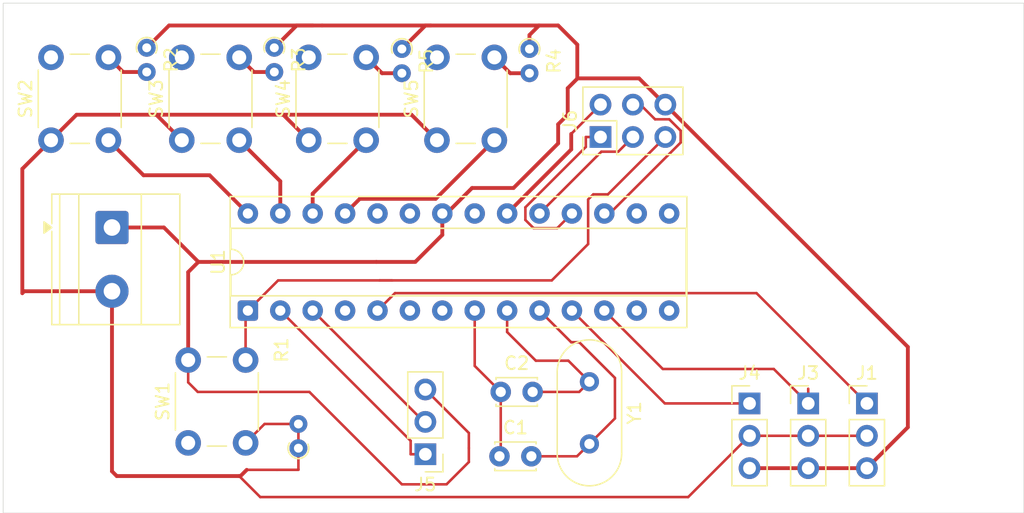
<source format=kicad_pcb>
(kicad_pcb (version 20241229) (generator "pcbnew") (generator_version "9.0")
  (layers (0 "F.Cu" signal) (2 "B.Cu" signal) (13 "F.Paste" user) (15 "B.Paste" user) (5 "F.SilkS" user "F.Silkscreen") (7 "B.SilkS" user "B.Silkscreen") (1 "F.Mask" user) (3 "B.Mask" user) (25 "Edge.Cuts" user))
  (net 0 "")
  (net 2 "Net-(J1-Pin_1)")
  (net 8 "Net-(J3-Pin_1)")
  (net 9 "/GND")
  (net 10 "/5V")
  (net 11 "/MOSI")
  (net 12 "Net-(J4-Pin_1)")
  (net 14 "/RX")
  (net 15 "/TX")
  (net 16 "/SCK")
  (net 17 "/MISO")
  (net 20 "/Output")
  (net 21 "Net-(U1-XTAL2{slash}PB7)")
  (net 22 "Net-(U1-XTAL1{slash}PB6)")
  (footprint "Crystal:Crystal_HC49-4H_Vertical" (layer "F.Cu") (at 69.7 52.35 -90)
    (property "Reference" "Y1" (at 2.44 -3.525 90) (layer "F.SilkS"))
    (property "Value" "Crystal")
    (fp_line (start -0.76 2.525) (end 5.64 2.525) (stroke (width 0.12)) (layer "F.SilkS"))
    (fp_line (start -0.76 -2.525) (end 5.64 -2.525) (stroke (width 0.12)) (layer "F.SilkS"))
    (fp_arc (start -0.76 2.525) (mid -3.285 0) (end -0.76 -2.525) (stroke (width 0.12)) (layer "F.SilkS"))
    (fp_arc (start 5.64 -2.525) (mid 8.165 0) (end 5.64 2.525) (stroke (width 0.12)) (layer "F.SilkS"))
    (pad "1" thru_hole circle (at 0 0 270) (size 1.5 1.5) (drill 0.8) (layers "*.Cu" "*.Mask") (net 22 "Net-(U1-XTAL1{slash}PB6)"))
    (pad "2" thru_hole circle (at 4.88 0 270) (size 1.5 1.5) (drill 0.8) (layers "*.Cu" "*.Mask") (net 21 "Net-(U1-XTAL2{slash}PB7)"))
  )
  (footprint "Connector_PinHeader_2.54mm:PinHeader_1x03_P2.54mm_Vertical" (layer "F.Cu") (at 56.84 58.04 180)
    (property "Reference" "J5" (at 0 -2.38 0) (layer "F.SilkS"))
    (property "Value" "UART pins")
    (fp_line (start 1.38 1.27) (end 1.38 6.46) (stroke (width 0.12)) (layer "F.SilkS"))
    (fp_line (start -1.38 6.46) (end 1.38 6.46) (stroke (width 0.12)) (layer "F.SilkS"))
    (fp_line (start -1.38 1.27) (end 1.38 1.27) (stroke (width 0.12)) (layer "F.SilkS"))
    (fp_line (start -1.38 1.27) (end -1.38 6.46) (stroke (width 0.12)) (layer "F.SilkS"))
    (fp_line (start -1.38 0) (end -1.38 -1.38) (stroke (width 0.12)) (layer "F.SilkS"))
    (fp_line (start -1.38 -1.38) (end 0 -1.38) (stroke (width 0.12)) (layer "F.SilkS"))
    (pad "1" thru_hole rect (at 0 0 180) (size 1.7 1.7) (drill 1) (layers "*.Cu" "*.Mask") (net 15 "/TX"))
    (pad "2" thru_hole circle (at 0 2.54 180) (size 1.7 1.7) (drill 1) (layers "*.Cu" "*.Mask") (net 14 "/RX"))
    (pad "3" thru_hole circle (at 0 5.08 180) (size 1.7 1.7) (drill 1) (layers "*.Cu" "*.Mask") (net 9 "/GND"))
  )
  (footprint "Resistor_THT:R_Axial_DIN0204_L3.6mm_D1.6mm_P1.90mm_Vertical" (layer "F.Cu") (at 46.89 57.565 90)
    (property "Reference" "R1" (at 7.7 -1.32 90) (layer "F.SilkS"))
    (property "Value" "10kR")
    (fp_arc (start 0.320095 0.749359) (mid -0.813042 -0.054435) (end 0.417133 -0.7) (stroke (width 0.12)) (layer "F.SilkS"))
    (pad "1" thru_hole circle (at 0 0 90) (size 1.4 1.4) (drill 0.7) (layers "*.Cu" "*.Mask") (net 10 "/5V"))
    (pad "2" thru_hole oval (at 1.9 0 90) (size 1.4 1.4) (drill 0.7) (layers "*.Cu" "*.Mask") (net 10 "/5V"))
  )
  (footprint "Connector_PinHeader_2.54mm:PinHeader_2x03_P2.54mm_Vertical" (layer "F.Cu") (at 70.57 33.15 90)
    (property "Reference" "J6" (at 1.27 -2.38 90) (layer "F.SilkS"))
    (property "Value" "Conn_02x03_Odd_Even")
    (fp_line (start 3.92 -1.38) (end 3.92 6.46) (stroke (width 0.12)) (layer "F.SilkS"))
    (fp_line (start 1.27 -1.38) (end 3.92 -1.38) (stroke (width 0.12)) (layer "F.SilkS"))
    (fp_line (start -1.38 -1.38) (end 0 -1.38) (stroke (width 0.12)) (layer "F.SilkS"))
    (fp_line (start -1.38 0) (end -1.38 -1.38) (stroke (width 0.12)) (layer "F.SilkS"))
    (fp_line (start 1.27 1.27) (end 1.27 -1.38) (stroke (width 0.12)) (layer "F.SilkS"))
    (fp_line (start -1.38 1.27) (end 1.27 1.27) (stroke (width 0.12)) (layer "F.SilkS"))
    (fp_line (start -1.38 1.27) (end -1.38 6.46) (stroke (width 0.12)) (layer "F.SilkS"))
    (fp_line (start -1.38 6.46) (end 3.92 6.46) (stroke (width 0.12)) (layer "F.SilkS"))
    (pad "1" thru_hole rect (at 0 0 90) (size 1.7 1.7) (drill 1) (layers "*.Cu" "*.Mask") (net 17 "/MISO"))
    (pad "2" thru_hole circle (at 2.54 0 90) (size 1.7 1.7) (drill 1) (layers "*.Cu" "*.Mask") (net 10 "/5V"))
    (pad "3" thru_hole circle (at 0 2.54 90) (size 1.7 1.7) (drill 1) (layers "*.Cu" "*.Mask") (net 16 "/SCK"))
    (pad "4" thru_hole circle (at 2.54 2.54 90) (size 1.7 1.7) (drill 1) (layers "*.Cu" "*.Mask") (net 11 "/MOSI"))
    (pad "5" thru_hole circle (at 0 5.08 90) (size 1.7 1.7) (drill 1) (layers "*.Cu" "*.Mask") (net 10 "/5V"))
    (pad "6" thru_hole circle (at 2.54 5.08 90) (size 1.7 1.7) (drill 1) (layers "*.Cu" "*.Mask") (net 9 "/GND"))
  )
  (footprint "Button_Switch_THT:SW_PUSH_6mm_H7.3mm" (layer "F.Cu") (at 47.7 33.4 90)
    (property "Reference" "SW4" (at 3.25 -2 90) (layer "F.SilkS"))
    (property "Value" "Song 2")
    (fp_line (start 5.5 -1) (end 1 -1) (stroke (width 0.12)) (layer "F.SilkS"))
    (fp_line (start -0.25 1.5) (end -0.25 3) (stroke (width 0.12)) (layer "F.SilkS"))
    (fp_line (start 6.75 3) (end 6.75 1.5) (stroke (width 0.12)) (layer "F.SilkS"))
    (fp_line (start 1 5.5) (end 5.5 5.5) (stroke (width 0.12)) (layer "F.SilkS"))
    (pad "1" thru_hole circle (at 0 0 180) (size 2 2) (drill 1.1) (layers "*.Cu" "*.Mask") (net 10 "/5V"))
    (pad "1" thru_hole circle (at 6.5 0 180) (size 2 2) (drill 1.1) (layers "*.Cu" "*.Mask") (net 10 "/5V"))
    (pad "2" thru_hole circle (at 0 4.5 180) (size 2 2) (drill 1.1) (layers "*.Cu" "*.Mask") (net 20 "/Output"))
    (pad "2" thru_hole circle (at 6.5 4.5 180) (size 2 2) (drill 1.1) (layers "*.Cu" "*.Mask") (net 20 "/Output"))
  )
  (footprint "Resistor_THT:R_Axial_DIN0204_L3.6mm_D1.6mm_P1.90mm_Vertical" (layer "F.Cu") (at 55 26.245 -90)
    (property "Reference" "R5" (at 0.95 -1.92 90) (layer "F.SilkS"))
    (property "Value" "10kR")
    (fp_arc (start 0.320095 0.749359) (mid -0.813042 -0.054435) (end 0.417133 -0.7) (stroke (width 0.12)) (layer "F.SilkS"))
    (pad "1" thru_hole circle (at 0 0 270) (size 1.4 1.4) (drill 0.7) (layers "*.Cu" "*.Mask") (net 9 "/GND"))
    (pad "2" thru_hole oval (at 1.9 0 270) (size 1.4 1.4) (drill 0.7) (layers "*.Cu" "*.Mask") (net 20 "/Output"))
  )
  (footprint "Button_Switch_THT:SW_PUSH_6mm_H7.3mm" (layer "F.Cu") (at 38.25 57.15 90)
    (property "Reference" "SW1" (at 3.25 -2 90) (layer "F.SilkS"))
    (property "Value" "Reset BTN")
    (fp_line (start 5.5 -1) (end 1 -1) (stroke (width 0.12)) (layer "F.SilkS"))
    (fp_line (start -0.25 1.5) (end -0.25 3) (stroke (width 0.12)) (layer "F.SilkS"))
    (fp_line (start 6.75 3) (end 6.75 1.5) (stroke (width 0.12)) (layer "F.SilkS"))
    (fp_line (start 1 5.5) (end 5.5 5.5) (stroke (width 0.12)) (layer "F.SilkS"))
    (pad "1" thru_hole circle (at 0 0 180) (size 2 2) (drill 1.1) (layers "*.Cu" "*.Mask") (net 9 "/GND"))
    (pad "1" thru_hole circle (at 6.5 0 180) (size 2 2) (drill 1.1) (layers "*.Cu" "*.Mask") (net 9 "/GND"))
    (pad "2" thru_hole circle (at 0 4.5 180) (size 2 2) (drill 1.1) (layers "*.Cu" "*.Mask") (net 10 "/5V"))
    (pad "2" thru_hole circle (at 6.5 4.5 180) (size 2 2) (drill 1.1) (layers "*.Cu" "*.Mask") (net 10 "/5V"))
  )
  (footprint "Capacitor_THT:C_Disc_D3.0mm_W2.0mm_P2.50mm" (layer "F.Cu") (at 62.65 58.2)
    (property "Reference" "C1" (at 1.25 -2.25 0) (layer "F.SilkS"))
    (property "Value" "C")
    (fp_line (start -0.37 -1.12) (end -0.37 -0.972) (stroke (width 0.12)) (layer "F.SilkS"))
    (fp_line (start -0.37 -1.12) (end 2.87 -1.12) (stroke (width 0.12)) (layer "F.SilkS"))
    (fp_line (start -0.37 0.972) (end -0.37 1.12) (stroke (width 0.12)) (layer "F.SilkS"))
    (fp_line (start -0.37 1.12) (end 2.87 1.12) (stroke (width 0.12)) (layer "F.SilkS"))
    (fp_line (start 2.87 -1.12) (end 2.87 -0.972) (stroke (width 0.12)) (layer "F.SilkS"))
    (fp_line (start 2.87 0.972) (end 2.87 1.12) (stroke (width 0.12)) (layer "F.SilkS"))
    (pad "1" thru_hole circle (at 0 0) (size 1.6 1.6) (drill 0.8) (layers "*.Cu" "*.Mask") (net 9 "/GND"))
    (pad "2" thru_hole circle (at 2.5 0) (size 1.6 1.6) (drill 0.8) (layers "*.Cu" "*.Mask") (net 21 "Net-(U1-XTAL2{slash}PB7)"))
  )
  (footprint "Connector_PinHeader_2.54mm:PinHeader_1x03_P2.54mm_Vertical" (layer "F.Cu") (at 82.25 54.0517)
    (property "Reference" "J4" (at 0 -2.38 0) (layer "F.SilkS"))
    (property "Value" "Servo right")
    (fp_line (start -1.38 -1.38) (end 0 -1.38) (stroke (width 0.12)) (layer "F.SilkS"))
    (fp_line (start -1.38 0) (end -1.38 -1.38) (stroke (width 0.12)) (layer "F.SilkS"))
    (fp_line (start -1.38 1.27) (end -1.38 6.46) (stroke (width 0.12)) (layer "F.SilkS"))
    (fp_line (start -1.38 1.27) (end 1.38 1.27) (stroke (width 0.12)) (layer "F.SilkS"))
    (fp_line (start -1.38 6.46) (end 1.38 6.46) (stroke (width 0.12)) (layer "F.SilkS"))
    (fp_line (start 1.38 1.27) (end 1.38 6.46) (stroke (width 0.12)) (layer "F.SilkS"))
    (pad "1" thru_hole rect (at 0 0) (size 1.7 1.7) (drill 1) (layers "*.Cu" "*.Mask") (net 12 "Net-(J4-Pin_1)"))
    (pad "2" thru_hole circle (at 0 2.54) (size 1.7 1.7) (drill 1) (layers "*.Cu" "*.Mask") (net 10 "/5V"))
    (pad "3" thru_hole circle (at 0 5.08) (size 1.7 1.7) (drill 1) (layers "*.Cu" "*.Mask") (net 9 "/GND"))
  )
  (footprint "Resistor_THT:R_Axial_DIN0204_L3.6mm_D1.6mm_P1.90mm_Vertical" (layer "F.Cu") (at 35 26.15 -90)
    (property "Reference" "R2" (at 0.95 -1.92 90) (layer "F.SilkS"))
    (property "Value" "10kR")
    (fp_arc (start 0.320095 0.749359) (mid -0.813042 -0.054435) (end 0.417133 -0.7) (stroke (width 0.12)) (layer "F.SilkS"))
    (pad "1" thru_hole circle (at 0 0 270) (size 1.4 1.4) (drill 0.7) (layers "*.Cu" "*.Mask") (net 9 "/GND"))
    (pad "2" thru_hole oval (at 1.9 0 270) (size 1.4 1.4) (drill 0.7) (layers "*.Cu" "*.Mask") (net 20 "/Output"))
  )
  (footprint "Connector_PinHeader_2.54mm:PinHeader_1x03_P2.54mm_Vertical" (layer "F.Cu") (at 91.45 54.0517)
    (property "Reference" "J1" (at 0 -2.38 0) (layer "F.SilkS"))
    (property "Value" "Servo rotate")
    (fp_line (start -1.38 -1.38) (end 0 -1.38) (stroke (width 0.12)) (layer "F.SilkS"))
    (fp_line (start -1.38 0) (end -1.38 -1.38) (stroke (width 0.12)) (layer "F.SilkS"))
    (fp_line (start -1.38 1.27) (end -1.38 6.46) (stroke (width 0.12)) (layer "F.SilkS"))
    (fp_line (start -1.38 1.27) (end 1.38 1.27) (stroke (width 0.12)) (layer "F.SilkS"))
    (fp_line (start -1.38 6.46) (end 1.38 6.46) (stroke (width 0.12)) (layer "F.SilkS"))
    (fp_line (start 1.38 1.27) (end 1.38 6.46) (stroke (width 0.12)) (layer "F.SilkS"))
    (pad "1" thru_hole rect (at 0 0) (size 1.7 1.7) (drill 1) (layers "*.Cu" "*.Mask") (net 2 "Net-(J1-Pin_1)"))
    (pad "2" thru_hole circle (at 0 2.54) (size 1.7 1.7) (drill 1) (layers "*.Cu" "*.Mask") (net 10 "/5V"))
    (pad "3" thru_hole circle (at 0 5.08) (size 1.7 1.7) (drill 1) (layers "*.Cu" "*.Mask") (net 9 "/GND"))
  )
  (footprint "Resistor_THT:R_Axial_DIN0204_L3.6mm_D1.6mm_P1.90mm_Vertical" (layer "F.Cu") (at 65 26.245 -90)
    (property "Reference" "R4" (at 0.95 -1.92 90) (layer "F.SilkS"))
    (property "Value" "10kR")
    (fp_arc (start 0.320095 0.749359) (mid -0.813042 -0.054435) (end 0.417133 -0.7) (stroke (width 0.12)) (layer "F.SilkS"))
    (pad "1" thru_hole circle (at 0 0 270) (size 1.4 1.4) (drill 0.7) (layers "*.Cu" "*.Mask") (net 9 "/GND"))
    (pad "2" thru_hole oval (at 1.9 0 270) (size 1.4 1.4) (drill 0.7) (layers "*.Cu" "*.Mask") (net 20 "/Output"))
  )
  (footprint "Capacitor_THT:C_Disc_D3.0mm_W2.0mm_P2.50mm" (layer "F.Cu") (at 62.75 53.15)
    (property "Reference" "C2" (at 1.25 -2.25 0) (layer "F.SilkS"))
    (property "Value" "C")
    (fp_line (start -0.37 -1.12) (end -0.37 -0.972) (stroke (width 0.12)) (layer "F.SilkS"))
    (fp_line (start -0.37 -1.12) (end 2.87 -1.12) (stroke (width 0.12)) (layer "F.SilkS"))
    (fp_line (start -0.37 0.972) (end -0.37 1.12) (stroke (width 0.12)) (layer "F.SilkS"))
    (fp_line (start -0.37 1.12) (end 2.87 1.12) (stroke (width 0.12)) (layer "F.SilkS"))
    (fp_line (start 2.87 -1.12) (end 2.87 -0.972) (stroke (width 0.12)) (layer "F.SilkS"))
    (fp_line (start 2.87 0.972) (end 2.87 1.12) (stroke (width 0.12)) (layer "F.SilkS"))
    (pad "1" thru_hole circle (at 0 0) (size 1.6 1.6) (drill 0.8) (layers "*.Cu" "*.Mask") (net 9 "/GND"))
    (pad "2" thru_hole circle (at 2.5 0) (size 1.6 1.6) (drill 0.8) (layers "*.Cu" "*.Mask") (net 22 "Net-(U1-XTAL1{slash}PB6)"))
  )
  (footprint "Resistor_THT:R_Axial_DIN0204_L3.6mm_D1.6mm_P1.90mm_Vertical" (layer "F.Cu") (at 45 26.15 -90)
    (property "Reference" "R3" (at 0.95 -1.92 90) (layer "F.SilkS"))
    (property "Value" "10kR")
    (fp_arc (start 0.320095 0.749359) (mid -0.813042 -0.054435) (end 0.417133 -0.7) (stroke (width 0.12)) (layer "F.SilkS"))
    (pad "1" thru_hole circle (at 0 0 270) (size 1.4 1.4) (drill 0.7) (layers "*.Cu" "*.Mask") (net 9 "/GND"))
    (pad "2" thru_hole oval (at 1.9 0 270) (size 1.4 1.4) (drill 0.7) (layers "*.Cu" "*.Mask") (net 20 "/Output"))
  )
  (footprint "TerminalBlock_Phoenix:TerminalBlock_Phoenix_MKDS-1,5-2_1x02_P5.00mm_Horizontal" (layer "F.Cu") (at 32.2775 40.25 -90)
    (property "Reference" "J2" (hide yes))
    (property "Value" "Screw_Terminal_01x02")
    (fp_line (start -2.62 4.72) (end -0.3 4.72) (stroke (width 0.12)) (layer "F.SilkS"))
    (fp_line (start 0.3 4.72) (end 7.62 4.72) (stroke (width 0.12)) (layer "F.SilkS"))
    (fp_line (start -2.62 4.1) (end 7.62 4.1) (stroke (width 0.12)) (layer "F.SilkS"))
    (fp_line (start -2.62 2.6) (end 7.62 2.6) (stroke (width 0.12)) (layer "F.SilkS"))
    (fp_line (start -2.62 -2.3) (end 7.62 -2.3) (stroke (width 0.12)) (layer "F.SilkS"))
    (fp_line (start -2.62 -5.32) (end -2.62 4.72) (stroke (width 0.12)) (layer "F.SilkS"))
    (fp_line (start -2.62 -5.32) (end 7.62 -5.32) (stroke (width 0.12)) (layer "F.SilkS"))
    (fp_line (start 7.62 -5.32) (end 7.62 4.72) (stroke (width 0.12)) (layer "F.SilkS"))
    (fp_poly (pts (xy 0 4.72) (xy 0.44 5.33) (xy -0.44 5.33)) (stroke (width 0.12)) (fill yes) (layer "F.SilkS"))
    (pad "1" thru_hole roundrect (at 0 0 270) (size 2.6 2.6) (drill 1.3) (layers "*.Cu" "*.Mask") (roundrect_rratio 0.096154) (net 9 "/GND"))
    (pad "2" thru_hole circle (at 5 0 270) (size 2.6 2.6) (drill 1.3) (layers "*.Cu" "*.Mask") (net 10 "/5V"))
  )
  (footprint "Button_Switch_THT:SW_PUSH_6mm_H7.3mm" (layer "F.Cu") (at 57.75 33.4 90)
    (property "Reference" "SW5" (at 3.25 -2 90) (layer "F.SilkS"))
    (property "Value" "Song 3")
    (fp_line (start 5.5 -1) (end 1 -1) (stroke (width 0.12)) (layer "F.SilkS"))
    (fp_line (start -0.25 1.5) (end -0.25 3) (stroke (width 0.12)) (layer "F.SilkS"))
    (fp_line (start 6.75 3) (end 6.75 1.5) (stroke (width 0.12)) (layer "F.SilkS"))
    (fp_line (start 1 5.5) (end 5.5 5.5) (stroke (width 0.12)) (layer "F.SilkS"))
    (pad "1" thru_hole circle (at 0 0 180) (size 2 2) (drill 1.1) (layers "*.Cu" "*.Mask") (net 10 "/5V"))
    (pad "1" thru_hole circle (at 6.5 0 180) (size 2 2) (drill 1.1) (layers "*.Cu" "*.Mask") (net 10 "/5V"))
    (pad "2" thru_hole circle (at 0 4.5 180) (size 2 2) (drill 1.1) (layers "*.Cu" "*.Mask") (net 20 "/Output"))
    (pad "2" thru_hole circle (at 6.5 4.5 180) (size 2 2) (drill 1.1) (layers "*.Cu" "*.Mask") (net 20 "/Output"))
  )
  (footprint "Button_Switch_THT:SW_PUSH_6mm_H7.3mm" (layer "F.Cu") (at 27.5 33.4 90)
    (property "Reference" "SW2" (at 3.25 -2 90) (layer "F.SilkS"))
    (property "Value" "ON/OFF")
    (fp_line (start 5.5 -1) (end 1 -1) (stroke (width 0.12)) (layer "F.SilkS"))
    (fp_line (start -0.25 1.5) (end -0.25 3) (stroke (width 0.12)) (layer "F.SilkS"))
    (fp_line (start 6.75 3) (end 6.75 1.5) (stroke (width 0.12)) (layer "F.SilkS"))
    (fp_line (start 1 5.5) (end 5.5 5.5) (stroke (width 0.12)) (layer "F.SilkS"))
    (pad "1" thru_hole circle (at 0 0 180) (size 2 2) (drill 1.1) (layers "*.Cu" "*.Mask") (net 10 "/5V"))
    (pad "1" thru_hole circle (at 6.5 0 180) (size 2 2) (drill 1.1) (layers "*.Cu" "*.Mask") (net 10 "/5V"))
    (pad "2" thru_hole circle (at 0 4.5 180) (size 2 2) (drill 1.1) (layers "*.Cu" "*.Mask") (net 20 "/Output"))
    (pad "2" thru_hole circle (at 6.5 4.5 180) (size 2 2) (drill 1.1) (layers "*.Cu" "*.Mask") (net 20 "/Output"))
  )
  (footprint "Package_DIP:DIP-28_W7.62mm_Socket" (layer "F.Cu") (at 42.93 46.77 90)
    (property "Reference" "U1" (at 3.81 -2.33 90) (layer "F.SilkS"))
    (property "Value" "ATmega328P-P")
    (fp_line (start 6.46 -1.33) (end 4.81 -1.33) (stroke (width 0.12)) (layer "F.SilkS"))
    (fp_line (start 2.81 -1.33) (end 1.16 -1.33) (stroke (width 0.12)) (layer "F.SilkS"))
    (fp_line (start 1.16 -1.33) (end 1.16 34.35) (stroke (width 0.12)) (layer "F.SilkS"))
    (fp_line (start 6.46 34.35) (end 6.46 -1.33) (stroke (width 0.12)) (layer "F.SilkS"))
    (fp_line (start 1.16 34.35) (end 6.46 34.35) (stroke (width 0.12)) (layer "F.SilkS"))
    (fp_rect (start -1.33 -1.39) (end 8.95 34.41) (stroke (width 0.12)) (fill no) (layer "F.SilkS"))
    (fp_arc (start 4.81 -1.33) (mid 3.81 -0.33) (end 2.81 -1.33) (stroke (width 0.12)) (layer "F.SilkS"))
    (pad "1" thru_hole roundrect (at 0 0 90) (size 1.6 1.6) (drill 0.8) (layers "*.Cu" "*.Mask") (roundrect_rratio 0.15625) (net 10 "/5V"))
    (pad "2" thru_hole circle (at 0 2.54 90) (size 1.6 1.6) (drill 0.8) (layers "*.Cu" "*.Mask") (net 15 "/TX"))
    (pad "3" thru_hole circle (at 0 5.08 90) (size 1.6 1.6) (drill 0.8) (layers "*.Cu" "*.Mask") (net 14 "/RX"))
    (pad "4" thru_hole circle (at 0 7.62 90) (size 1.6 1.6) (drill 0.8) (layers "*.Cu" "*.Mask"))
    (pad "5" thru_hole circle (at 0 10.16 90) (size 1.6 1.6) (drill 0.8) (layers "*.Cu" "*.Mask") (net 2 "Net-(J1-Pin_1)"))
    (pad "6" thru_hole circle (at 0 12.7 90) (size 1.6 1.6) (drill 0.8) (layers "*.Cu" "*.Mask"))
    (pad "7" thru_hole circle (at 0 15.24 90) (size 1.6 1.6) (drill 0.8) (layers "*.Cu" "*.Mask") (net 10 "/5V"))
    (pad "8" thru_hole circle (at 0 17.78 90) (size 1.6 1.6) (drill 0.8) (layers "*.Cu" "*.Mask") (net 9 "/GND"))
    (pad "9" thru_hole circle (at 0 20.32 90) (size 1.6 1.6) (drill 0.8) (layers "*.Cu" "*.Mask") (net 22 "Net-(U1-XTAL1{slash}PB6)"))
    (pad "10" thru_hole circle (at 0 22.86 90) (size 1.6 1.6) (drill 0.8) (layers "*.Cu" "*.Mask") (net 21 "Net-(U1-XTAL2{slash}PB7)"))
    (pad "11" thru_hole circle (at 0 25.4 90) (size 1.6 1.6) (drill 0.8) (layers "*.Cu" "*.Mask") (net 12 "Net-(J4-Pin_1)"))
    (pad "12" thru_hole circle (at 0 27.94 90) (size 1.6 1.6) (drill 0.8) (layers "*.Cu" "*.Mask") (net 8 "Net-(J3-Pin_1)"))
    (pad "13" thru_hole circle (at 0 30.48 90) (size 1.6 1.6) (drill 0.8) (layers "*.Cu" "*.Mask"))
    (pad "14" thru_hole circle (at 0 33.02 90) (size 1.6 1.6) (drill 0.8) (layers "*.Cu" "*.Mask"))
    (pad "15" thru_hole circle (at 7.62 33.02 90) (size 1.6 1.6) (drill 0.8) (layers "*.Cu" "*.Mask"))
    (pad "16" thru_hole circle (at 7.62 30.48 90) (size 1.6 1.6) (drill 0.8) (layers "*.Cu" "*.Mask"))
    (pad "17" thru_hole circle (at 7.62 27.94 90) (size 1.6 1.6) (drill 0.8) (layers "*.Cu" "*.Mask") (net 11 "/MOSI"))
    (pad "18" thru_hole circle (at 7.62 25.4 90) (size 1.6 1.6) (drill 0.8) (layers "*.Cu" "*.Mask") (net 17 "/MISO"))
    (pad "19" thru_hole circle (at 7.62 22.86 90) (size 1.6 1.6) (drill 0.8) (layers "*.Cu" "*.Mask") (net 16 "/SCK"))
    (pad "20" thru_hole circle (at 7.62 20.32 90) (size 1.6 1.6) (drill 0.8) (layers "*.Cu" "*.Mask") (net 10 "/5V"))
    (pad "21" thru_hole circle (at 7.62 17.78 90) (size 1.6 1.6) (drill 0.8) (layers "*.Cu" "*.Mask"))
    (pad "22" thru_hole circle (at 7.62 15.24 90) (size 1.6 1.6) (drill 0.8) (layers "*.Cu" "*.Mask") (net 9 "/GND"))
    (pad "23" thru_hole circle (at 7.62 12.7 90) (size 1.6 1.6) (drill 0.8) (layers "*.Cu" "*.Mask"))
    (pad "24" thru_hole circle (at 7.62 10.16 90) (size 1.6 1.6) (drill 0.8) (layers "*.Cu" "*.Mask"))
    (pad "25" thru_hole circle (at 7.62 7.62 90) (size 1.6 1.6) (drill 0.8) (layers "*.Cu" "*.Mask") (net 20 "/Output"))
    (pad "26" thru_hole circle (at 7.62 5.08 90) (size 1.6 1.6) (drill 0.8) (layers "*.Cu" "*.Mask") (net 20 "/Output"))
    (pad "27" thru_hole circle (at 7.62 2.54 90) (size 1.6 1.6) (drill 0.8) (layers "*.Cu" "*.Mask") (net 20 "/Output"))
    (pad "28" thru_hole circle (at 7.62 0 90) (size 1.6 1.6) (drill 0.8) (layers "*.Cu" "*.Mask") (net 20 "/Output"))
  )
  (footprint "Connector_PinHeader_2.54mm:PinHeader_1x03_P2.54mm_Vertical" (layer "F.Cu") (at 86.85 54.0517)
    (property "Reference" "J3" (at 0 -2.38 0) (layer "F.SilkS"))
    (property "Value" "Servo left")
    (fp_line (start -1.38 -1.38) (end 0 -1.38) (stroke (width 0.12)) (layer "F.SilkS"))
    (fp_line (start -1.38 0) (end -1.38 -1.38) (stroke (width 0.12)) (layer "F.SilkS"))
    (fp_line (start -1.38 1.27) (end -1.38 6.46) (stroke (width 0.12)) (layer "F.SilkS"))
    (fp_line (start -1.38 1.27) (end 1.38 1.27) (stroke (width 0.12)) (layer "F.SilkS"))
    (fp_line (start -1.38 6.46) (end 1.38 6.46) (stroke (width 0.12)) (layer "F.SilkS"))
    (fp_line (start 1.38 1.27) (end 1.38 6.46) (stroke (width 0.12)) (layer "F.SilkS"))
    (pad "1" thru_hole rect (at 0 0) (size 1.7 1.7) (drill 1) (layers "*.Cu" "*.Mask") (net 8 "Net-(J3-Pin_1)"))
    (pad "2" thru_hole circle (at 0 2.54) (size 1.7 1.7) (drill 1) (layers "*.Cu" "*.Mask") (net 10 "/5V"))
    (pad "3" thru_hole circle (at 0 5.08) (size 1.7 1.7) (drill 1) (layers "*.Cu" "*.Mask") (net 9 "/GND"))
  )
  (footprint "Button_Switch_THT:SW_PUSH_6mm_H7.3mm" (layer "F.Cu") (at 37.75 33.4 90)
    (property "Reference" "SW3" (at 3.25 -2 90) (layer "F.SilkS"))
    (property "Value" "Song 1")
    (fp_line (start 5.5 -1) (end 1 -1) (stroke (width 0.12)) (layer "F.SilkS"))
    (fp_line (start -0.25 1.5) (end -0.25 3) (stroke (width 0.12)) (layer "F.SilkS"))
    (fp_line (start 6.75 3) (end 6.75 1.5) (stroke (width 0.12)) (layer "F.SilkS"))
    (fp_line (start 1 5.5) (end 5.5 5.5) (stroke (width 0.12)) (layer "F.SilkS"))
    (pad "1" thru_hole circle (at 0 0 180) (size 2 2) (drill 1.1) (layers "*.Cu" "*.Mask") (net 10 "/5V"))
    (pad "1" thru_hole circle (at 6.5 0 180) (size 2 2) (drill 1.1) (layers "*.Cu" "*.Mask") (net 10 "/5V"))
    (pad "2" thru_hole circle (at 0 4.5 180) (size 2 2) (drill 1.1) (layers "*.Cu" "*.Mask") (net 20 "/Output"))
    (pad "2" thru_hole circle (at 6.5 4.5 180) (size 2 2) (drill 1.1) (layers "*.Cu" "*.Mask") (net 20 "/Output"))
  )
  (gr_rect (start 23.75 22.65) (end 103.75 62.65) (stroke (width 0.05)) (fill no) (layer "Edge.Cuts"))
  (segment (start 82.7983 45.4) (end 54.46 45.4) (width 0.2) (layer "F.Cu") (net 2))
  (segment (start 91.45 54.0517) (end 82.7983 45.4) (width 0.2) (layer "F.Cu") (net 2))
  (segment (start 54.46 45.4) (end 53.09 46.77) (width 0.2) (layer "F.Cu") (net 2))
  (segment (start 86.85 54.0517) (end 86.85 52.9) (width 0.2) (layer "F.Cu") (net 8))
  (segment (start 84.1483 51.35) (end 75.45 51.35) (width 0.2) (layer "F.Cu") (net 8))
  (segment (start 75.45 51.35) (end 70.87 46.77) (width 0.2) (layer "F.Cu") (net 8))
  (segment (start 86.85 54.0517) (end 84.1483 51.35) (width 0.2) (layer "F.Cu") (net 8))
  (segment (start 38.25 52.4) (end 38.25 50.65) (width 0.2) (layer "F.Cu") (net 9))
  (segment (start 32.2775 40.25) (end 36.35 40.25) (width 0.3) (layer "F.Cu") (net 9))
  (segment (start 57.25 24.4) (end 48.75 24.4) (width 0.3) (layer "F.Cu") (net 9))
  (segment (start 67.25 24.4) (end 65.75 24.4) (width 0.3) (layer "F.Cu") (net 9))
  (segment (start 48.75 24.4) (end 48 24.4) (width 0.3) (layer "F.Cu") (net 9))
  (segment (start 91.45 59.1317) (end 94.66 55.9217) (width 0.3) (layer "F.Cu") (net 9))
  (segment (start 68.75 28.53) (end 68.75 25.9) (width 0.3) (layer "F.Cu") (net 9))
  (segment (start 73.59 28.55) (end 75.65 30.61) (width 0.3) (layer "F.Cu") (net 9))
  (segment (start 58.17 40.83) (end 58.17 39.15) (width 0.3) (layer "F.Cu") (net 9))
  (segment (start 65 25.15) (end 65.75 24.4) (width 0.3) (layer "F.Cu") (net 9))
  (segment (start 67.25 32.15) (end 68 31.4) (width 0.3) (layer "F.Cu") (net 9))
  (segment (start 39 53.15) (end 38.25 52.4) (width 0.2) (layer "F.Cu") (net 9))
  (segment (start 67.25 33.65) (end 67.25 32.15) (width 0.3) (layer "F.Cu") (net 9))
  (segment (start 86.85 59.1317) (end 91.45 59.1317) (width 0.3) (layer "F.Cu") (net 9))
  (segment (start 60.5 37.15) (end 63.75 37.15) (width 0.3) (layer "F.Cu") (net 9))
  (segment (start 68 31.4) (end 68 29.32) (width 0.3) (layer "F.Cu") (net 9))
  (segment (start 36.35 40.25) (end 39.05 42.95) (width 0.3) (layer "F.Cu") (net 9))
  (segment (start 65.75 24.4) (end 57.25 24.4) (width 0.3) (layer "F.Cu") (net 9))
  (segment (start 39.05 42.95) (end 38.25 43.75) (width 0.3) (layer "F.Cu") (net 9))
  (segment (start 56.845 24.4) (end 55 26.245) (width 0.3) (layer "F.Cu") (net 9))
  (segment (start 36.75 24.4) (end 35 26.15) (width 0.3) (layer "F.Cu") (net 9))
  (segment (start 53 42.95) (end 56.05 42.95) (width 0.3) (layer "F.Cu") (net 9))
  (segment (start 39.05 42.95) (end 53 42.95) (width 0.3) (layer "F.Cu") (net 9))
  (segment (start 94.66 49.62) (end 75.65 30.61) (width 0.3) (layer "F.Cu") (net 9))
  (segment (start 65 26.245) (end 65 25.15) (width 0.3) (layer "F.Cu") (net 9))
  (segment (start 58.17 39.15) (end 58.5 39.15) (width 0.3) (layer "F.Cu") (net 9))
  (segment (start 56.84 52.96) (end 60.25 56.37) (width 0.2) (layer "F.Cu") (net 9))
  (segment (start 55 60.4) (end 47.75 53.15) (width 0.2) (layer "F.Cu") (net 9))
  (segment (start 82.25 59.1317) (end 86.85 59.1317) (width 0.3) (layer "F.Cu") (net 9))
  (segment (start 60.71 51.11) (end 62.75 53.15) (width 0.2) (layer "F.Cu") (net 9))
  (segment (start 60.25 58.65) (end 58.5 60.4) (width 0.2) (layer "F.Cu") (net 9))
  (segment (start 68.75 25.9) (end 67.25 24.4) (width 0.3) (layer "F.Cu") (net 9))
  (segment (start 94.66 55.9217) (end 94.66 49.62) (width 0.3) (layer "F.Cu") (net 9))
  (segment (start 58.5 39.15) (end 60.5 37.15) (width 0.3) (layer "F.Cu") (net 9))
  (segment (start 62.75 53.15) (end 62.75 58.1) (width 0.2) (layer "F.Cu") (net 9))
  (segment (start 48 24.4) (end 46.75 24.4) (width 0.3) (layer "F.Cu") (net 9))
  (segment (start 68.77 28.55) (end 68.75 28.53) (width 0.3) (layer "F.Cu") (net 9))
  (segment (start 48 24.4) (end 36.75 24.4) (width 0.3) (layer "F.Cu") (net 9))
  (segment (start 57.25 24.4) (end 56.845 24.4) (width 0.3) (layer "F.Cu") (net 9))
  (segment (start 68.77 28.55) (end 73.59 28.55) (width 0.3) (layer "F.Cu") (net 9))
  (segment (start 63.75 37.15) (end 67.25 33.65) (width 0.3) (layer "F.Cu") (net 9))
  (segment (start 62.75 58.1) (end 62.65 58.2) (width 0.2) (layer "F.Cu") (net 9))
  (segment (start 58.5 60.4) (end 55 60.4) (width 0.2) (layer "F.Cu") (net 9))
  (segment (start 46.75 24.4) (end 45 26.15) (width 0.3) (layer "F.Cu") (net 9))
  (segment (start 60.25 57.55) (end 60.25 58.65) (width 0.2) (layer "F.Cu") (net 9))
  (segment (start 68 29.32) (end 68.77 28.55) (width 0.3) (layer "F.Cu") (net 9))
  (segment (start 56.05 42.95) (end 58.17 40.83) (width 0.3) (layer "F.Cu") (net 9))
  (segment (start 47.75 53.15) (end 39 53.15) (width 0.2) (layer "F.Cu") (net 9))
  (segment (start 38.25 43.75) (end 38.25 50.65) (width 0.3) (layer "F.Cu") (net 9))
  (segment (start 60.25 56.37) (end 60.25 57.55) (width 0.2) (layer "F.Cu") (net 9))
  (segment (start 60.71 46.77) (end 60.71 51.11) (width 0.2) (layer "F.Cu") (net 9))
  (segment (start 32.2775 45.25) (end 25.4 45.25) (width 0.3) (layer "F.Cu") (net 10))
  (segment (start 53.25 44.4) (end 54.25 44.4) (width 0.2) (layer "F.Cu") (net 10))
  (segment (start 45.1933 59.2617) (end 45.2346 59.2617) (width 0.2) (layer "F.Cu") (net 10))
  (segment (start 25.25 35.65) (end 27.5 33.4) (width 0.3) (layer "F.Cu") (net 10))
  (segment (start 86.85 56.5917) (end 91.45 56.5917) (width 0.2) (layer "F.Cu") (net 10))
  (segment (start 75.65 33.15) (end 71.15 37.65) (width 0.2) (layer "F.Cu") (net 10))
  (segment (start 45.3 44.4) (end 42.93 46.77) (width 0.2) (layer "F.Cu") (net 10))
  (segment (start 25.4 45.25) (end 25.25 45.4) (width 0.3) (layer "F.Cu") (net 10))
  (segment (start 68.2749 32.9051) (end 70.57 30.61) (width 0.2) (layer "F.Cu") (net 10))
  (segment (start 43.9 61.4) (end 77.4417 61.4) (width 0.2) (layer "F.Cu") (net 10))
  (segment (start 86.85 56.5917) (end 82.25 56.5917) (width 0.2) (layer "F.Cu") (net 10))
  (segment (start 35.75 31.4) (end 45.7 31.4) (width 0.3) (layer "F.Cu") (net 10))
  (segment (start 71.15 37.65) (end 70 37.65) (width 0.2) (layer "F.Cu") (net 10))
  (segment (start 42.25 59.75) (end 43.9 61.4) (width 0.2) (layer "F.Cu") (net 10))
  (segment (start 42.75 50.65) (end 42.75 46.95) (width 0.2) (layer "F.Cu") (net 10))
  (segment (start 42.75 57.15) (end 44.235 55.665) (width 0.2) (layer "F.Cu") (net 10))
  (segment (start 55.75 31.4) (end 57.75 33.4) (width 0.3) (layer "F.Cu") (net 10))
  (segment (start 46.89 59.2087) (end 46.89 59.2617) (width 0.2) (layer "F.Cu") (net 10))
  (segment (start 46.89 57.565) (end 46.89 59.2087) (width 0.2) (layer "F.Cu") (net 10))
  (segment (start 42.93 46.77) (end 42.84 46.77) (width 0.2) (layer "F.Cu") (net 10))
  (segment (start 63.25 39.15) (end 68.2749 34.1251) (width 0.3) (layer "F.Cu") (net 10))
  (segment (start 53.25 44.4) (end 45.3 44.4) (width 0.2) (layer "F.Cu") (net 10))
  (segment (start 45.2346 59.2617) (end 46.89 59.2617) (width 0.2) (layer "F.Cu") (net 10))
  (segment (start 32.65 59.75) (end 42.25 59.75) (width 0.3) (layer "F.Cu") (net 10))
  (segment (start 29.5 31.4) (end 35.75 31.4) (width 0.3) (layer "F.Cu") (net 10))
  (segment (start 70 37.65) (end 69.6 38.05) (width 0.2) (layer "F.Cu") (net 10))
  (segment (start 42.3517 59.75) (end 42.84 59.2617) (width 0.3) (layer "F.Cu") (net 10))
  (segment (start 69.6 41.55) (end 66.75 44.4) (width 0.2) (layer "F.Cu") (net 10))
  (segment (start 44.235 55.665) (end 46.89 55.665) (width 0.2) (layer "F.Cu") (net 10))
  (segment (start 45.7 31.4) (end 47.7 33.4) (width 0.3) (layer "F.Cu") (net 10))
  (segment (start 42.75 46.95) (end 42.93 46.77) (width 0.2) (layer "F.Cu") (net 10))
  (segment (start 35.75 31.4) (end 37.75 33.4) (width 0.3) (layer "F.Cu") (net 10))
  (segment (start 66.75 44.4) (end 53.25 44.4) (width 0.2) (layer "F.Cu") (net 10))
  (segment (start 42.84 50.9091) (end 42.84 50.0583) (width 0.2) (layer "F.Cu") (net 10))
  (segment (start 42.84 59.2617) (end 45.1933 59.2617) (width 0.2) (layer "F.Cu") (net 10))
  (segment (start 25.25 45.4) (end 25.25 35.65) (width 0.3) (layer "F.Cu") (net 10))
  (segment (start 77.4417 61.4) (end 82.25 56.5917) (width 0.2) (layer "F.Cu") (net 10))
  (segment (start 45.7 31.4) (end 55.75 31.4) (width 0.3) (layer "F.Cu") (net 10))
  (segment (start 46.89 55.665) (end 46.89 57.565) (width 0.2) (layer "F.Cu") (net 10))
  (segment (start 32.2775 45.25) (end 32.2775 59.3775) (width 0.3) (layer "F.Cu") (net 10))
  (segment (start 32.2775 59.3775) (end 32.65 59.75) (width 0.3) (layer "F.Cu") (net 10))
  (segment (start 68.2749 34.1251) (end 68.2749 32.9051) (width 0.3) (layer "F.Cu") (net 10))
  (segment (start 69.6 38.05) (end 69.6 41.55) (width 0.2) (layer "F.Cu") (net 10))
  (segment (start 42.25 59.75) (end 42.3517 59.75) (width 0.3) (layer "F.Cu") (net 10))
  (segment (start 27.5 33.4) (end 29.5 31.4) (width 0.3) (layer "F.Cu") (net 10))
  (segment (start 73.694 30.61) (end 73.11 30.61) (width 0.2) (layer "F.Cu") (net 11))
  (segment (start 75.96 31.7617) (end 74.8457 31.7617) (width 0.2) (layer "F.Cu") (net 11))
  (segment (start 74.8457 31.7617) (end 73.694 30.61) (width 0.2) (layer "F.Cu") (net 11))
  (segment (start 76.8532 32.6549) (end 75.96 31.7617) (width 0.2) (layer "F.Cu") (net 11))
  (segment (start 71.2879 39.15) (end 76.8532 33.5847) (width 0.2) (layer "F.Cu") (net 11))
  (segment (start 70.87 39.15) (end 71.2879 39.15) (width 0.2) (layer "F.Cu") (net 11))
  (segment (start 76.8532 33.5847) (end 76.8532 32.6549) (width 0.2) (layer "F.Cu") (net 11))
  (segment (start 75.6117 54.0517) (end 68.33 46.77) (width 0.2) (layer "F.Cu") (net 12))
  (segment (start 82.25 54.0517) (end 75.6117 54.0517) (width 0.2) (layer "F.Cu") (net 12))
  (segment (start 48.01 46.77) (end 56.74 55.5) (width 0.2) (layer "F.Cu") (net 14))
  (segment (start 56.74 55.5) (end 56.84 55.5) (width 0.2) (layer "F.Cu") (net 14))
  (segment (start 55.6883 56.9883) (end 45.47 46.77) (width 0.2) (layer "F.Cu") (net 15))
  (segment (start 56.84 58.04) (end 55.6883 58.04) (width 0.2) (layer "F.Cu") (net 15))
  (segment (start 55.6883 58.04) (end 55.6883 56.9883) (width 0.2) (layer "F.Cu") (net 15))
  (segment (start 71.9583 34.3017) (end 73.11 33.15) (width 0.2) (layer "F.Cu") (net 16))
  (segment (start 65.79 39.15) (end 70.6383 34.3017) (width 0.2) (layer "F.Cu") (net 16))
  (segment (start 70.6383 34.3017) (end 71.9583 34.3017) (width 0.2) (layer "F.Cu") (net 16))
  (segment (start 64.6818 39.6583) (end 65.3266 40.3031) (width 0.2) (layer "F.Cu") (net 17))
  (segment (start 67.1769 40.3031) (end 68.33 39.15) (width 0.2) (layer "F.Cu") (net 17))
  (segment (start 69.4183 33.15) (end 69.4183 33.9291) (width 0.2) (layer "F.Cu") (net 17))
  (segment (start 69.4183 33.9291) (end 64.6818 38.6656) (width 0.2) (layer "F.Cu") (net 17))
  (segment (start 65.3266 40.3031) (end 67.1769 40.3031) (width 0.2) (layer "F.Cu") (net 17))
  (segment (start 70.57 33.15) (end 69.4183 33.15) (width 0.2) (layer "F.Cu") (net 17))
  (segment (start 64.6818 38.6656) (end 64.6818 39.6583) (width 0.2) (layer "F.Cu") (net 17))
  (segment (start 53.445 28.145) (end 52.2 26.9) (width 0.3) (layer "F.Cu") (net 20))
  (segment (start 52.2 33.4) (end 48.01 37.59) (width 0.3) (layer "F.Cu") (net 20))
  (segment (start 65 28.145) (end 63.495 28.145) (width 0.3) (layer "F.Cu") (net 20))
  (segment (start 51.701 37.999) (end 50.55 39.15) (width 0.3) (layer "F.Cu") (net 20))
  (segment (start 39.93 36.15) (end 42.93 39.15) (width 0.3) (layer "F.Cu") (net 20))
  (segment (start 34.75 36.15) (end 39.93 36.15) (width 0.3) (layer "F.Cu") (net 20))
  (segment (start 43.4 28.05) (end 42.25 26.9) (width 0.3) (layer "F.Cu") (net 20))
  (segment (start 33.15 28.05) (end 32 26.9) (width 0.3) (layer "F.Cu") (net 20))
  (segment (start 32 33.4) (end 34.75 36.15) (width 0.3) (layer "F.Cu") (net 20))
  (segment (start 45 28.05) (end 43.4 28.05) (width 0.3) (layer "F.Cu") (net 20))
  (segment (start 35 28.05) (end 33.15 28.05) (width 0.3) (layer "F.Cu") (net 20))
  (segment (start 57.651 37.999) (end 51.701 37.999) (width 0.3) (layer "F.Cu") (net 20))
  (segment (start 55 28.145) (end 53.445 28.145) (width 0.3) (layer "F.Cu") (net 20))
  (segment (start 42.25 33.4) (end 45.47 36.62) (width 0.3) (layer "F.Cu") (net 20))
  (segment (start 63.495 28.145) (end 62.25 26.9) (width 0.3) (layer "F.Cu") (net 20))
  (segment (start 45.47 36.62) (end 45.47 39.15) (width 0.3) (layer "F.Cu") (net 20))
  (segment (start 48.01 37.59) (end 48.01 39.15) (width 0.3) (layer "F.Cu") (net 20))
  (segment (start 62.25 33.4) (end 57.651 37.999) (width 0.3) (layer "F.Cu") (net 20))
  (segment (start 68.9 49.25) (end 68.27 49.25) (width 0.2) (layer "F.Cu") (net 21))
  (segment (start 71.7 52.05) (end 68.9 49.25) (width 0.2) (layer "F.Cu") (net 21))
  (segment (start 68.73 58.2) (end 69.7 57.23) (width 0.2) (layer "F.Cu") (net 21))
  (segment (start 69.7 57.23) (end 71.7 55.23) (width 0.2) (layer "F.Cu") (net 21))
  (segment (start 65.15 58.2) (end 68.73 58.2) (width 0.2) (layer "F.Cu") (net 21))
  (segment (start 68.27 49.25) (end 65.79 46.77) (width 0.2) (layer "F.Cu") (net 21))
  (segment (start 71.7 55.23) (end 71.7 52.05) (width 0.2) (layer "F.Cu") (net 21))
  (segment (start 65.25 53.15) (end 68.9 53.15) (width 0.2) (layer "F.Cu") (net 22))
  (segment (start 63.25 48.45) (end 63.25 46.77) (width 0.2) (layer "F.Cu") (net 22))
  (segment (start 68.9 53.15) (end 69.7 52.35) (width 0.2) (layer "F.Cu") (net 22))
  (segment (start 69.7 52.35) (end 68.05 50.7) (width 0.2) (layer "F.Cu") (net 22))
  (segment (start 68.05 50.7) (end 65.5 50.7) (width 0.2) (layer "F.Cu") (net 22))
  (segment (start 65.5 50.7) (end 63.25 48.45) (width 0.2) (layer "F.Cu") (net 22))
)
</source>
